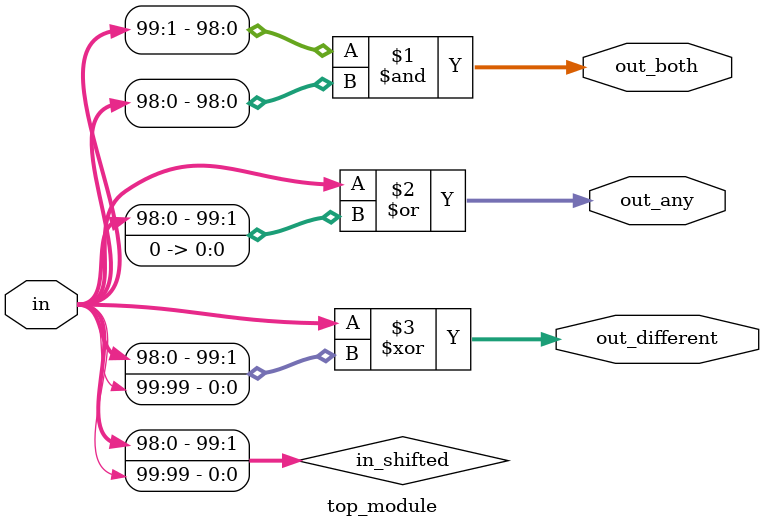
<source format=sv>
module top_module (
    input [99:0] in,
    output [98:0] out_both,
    output [99:0] out_any,
    output [99:0] out_different
);

    wire [99:0] in_shifted;
    assign in_shifted = {in[98:0], in[99]}; // Shift the input vector by one bit left

    // Generate out_both: 99-bit AND operation
    assign out_both = in[99:1] & in[98:0];

    // Generate out_any: 100-bit OR operation
    assign out_any = in | {in[98:0], 1'b0}; 

    // Generate out_different: 100-bit XOR operation
    assign out_different = in ^ {in[98:0], in[99]};

endmodule

</source>
